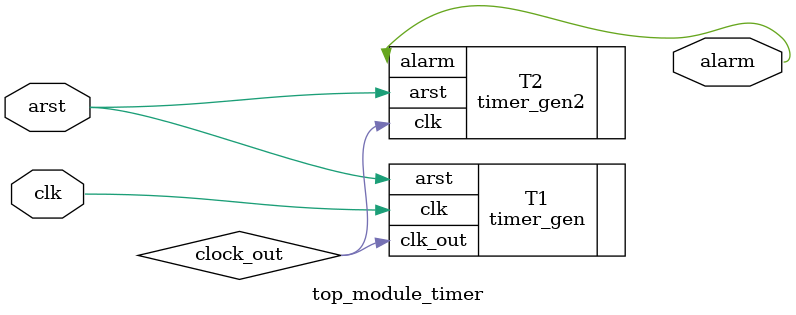
<source format=v>
`timescale 1ns / 1ps


module top_module_timer(
 input clk,
 input arst,
 output alarm
    );
    
    wire clock_out;
    timer_gen T1(.clk(clk),.arst(arst),.clk_out(clock_out));
    timer_gen2 T2(.clk(clock_out),.arst(arst),.alarm(alarm));
    
endmodule

</source>
